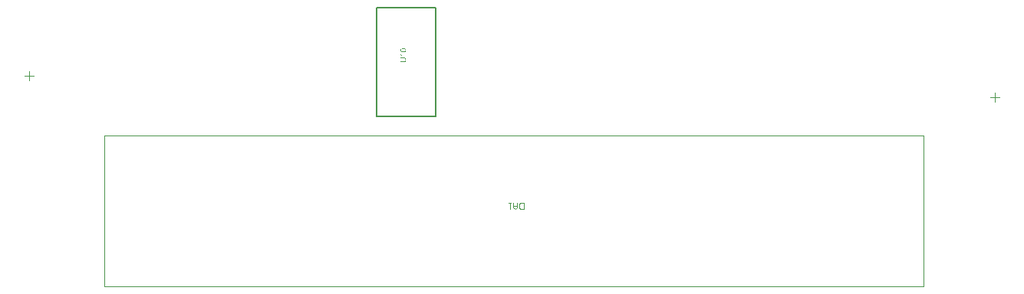
<source format=gbr>
%TF.GenerationSoftware,Altium Limited,Altium Designer,24.3.1 (35)*%
G04 Layer_Color=32896*
%FSLAX45Y45*%
%MOMM*%
%TF.SameCoordinates,844131A9-2E1B-4A61-BE1F-69DE975881E6*%
%TF.FilePolarity,Positive*%
%TF.FileFunction,Other,Top_Assembly*%
%TF.Part,Single*%
G01*
G75*
%TA.AperFunction,NonConductor*%
%ADD63C,0.20000*%
%ADD96C,0.10000*%
G36*
X5570930Y2743444D02*
X5572039D01*
X5573241Y2743351D01*
X5574536Y2743259D01*
X5577494Y2742981D01*
X5580545Y2742519D01*
X5583504Y2741964D01*
X5584891Y2741594D01*
X5586278Y2741132D01*
X5586370D01*
X5586555Y2741040D01*
X5586925Y2740855D01*
X5587387Y2740670D01*
X5588034Y2740485D01*
X5588681Y2740115D01*
X5590253Y2739376D01*
X5591917Y2738451D01*
X5593767Y2737249D01*
X5595431Y2735862D01*
X5597003Y2734198D01*
Y2734106D01*
X5597187Y2734013D01*
X5597372Y2733736D01*
X5597557Y2733366D01*
X5597835Y2732904D01*
X5598204Y2732441D01*
X5598852Y2731054D01*
X5599499Y2729390D01*
X5600146Y2727449D01*
X5600516Y2725137D01*
X5600701Y2722641D01*
Y2721716D01*
X5600608Y2721069D01*
X5600516Y2720330D01*
X5600331Y2719405D01*
X5600146Y2718388D01*
X5599869Y2717279D01*
X5599499Y2716169D01*
X5599129Y2714967D01*
X5598574Y2713765D01*
X5597927Y2712563D01*
X5597187Y2711361D01*
X5596263Y2710159D01*
X5595246Y2709050D01*
X5594136Y2708033D01*
X5594044Y2707940D01*
X5593767Y2707756D01*
X5593304Y2707478D01*
X5592565Y2707016D01*
X5591733Y2706554D01*
X5590623Y2706091D01*
X5589329Y2705444D01*
X5587849Y2704889D01*
X5586185Y2704335D01*
X5584244Y2703780D01*
X5582117Y2703225D01*
X5579713Y2702763D01*
X5577124Y2702301D01*
X5574351Y2702023D01*
X5571300Y2701838D01*
X5568064Y2701746D01*
X5567971D01*
X5567602D01*
X5566954D01*
X5566215D01*
X5565198Y2701838D01*
X5564088D01*
X5562886Y2701931D01*
X5561499Y2702023D01*
X5558633Y2702301D01*
X5555582Y2702763D01*
X5552531Y2703318D01*
X5551144Y2703688D01*
X5549758Y2704057D01*
X5549665D01*
X5549480Y2704150D01*
X5549110Y2704335D01*
X5548648Y2704520D01*
X5548001Y2704705D01*
X5547354Y2705074D01*
X5545782Y2705814D01*
X5544118Y2706739D01*
X5542361Y2707940D01*
X5540604Y2709327D01*
X5539125Y2710992D01*
Y2711084D01*
X5538940Y2711176D01*
X5538755Y2711454D01*
X5538570Y2711824D01*
X5538201Y2712286D01*
X5537923Y2712841D01*
X5537183Y2714227D01*
X5536536Y2715892D01*
X5535889Y2717833D01*
X5535519Y2720145D01*
X5535334Y2722641D01*
Y2723473D01*
X5535427Y2724490D01*
X5535612Y2725692D01*
X5535889Y2727079D01*
X5536259Y2728558D01*
X5536721Y2730130D01*
X5537461Y2731609D01*
Y2731702D01*
X5537553Y2731794D01*
X5537831Y2732256D01*
X5538293Y2732996D01*
X5538940Y2733921D01*
X5539865Y2734938D01*
X5540882Y2736047D01*
X5542084Y2737064D01*
X5543470Y2738081D01*
X5543655Y2738174D01*
X5544118Y2738543D01*
X5544950Y2738913D01*
X5546152Y2739560D01*
X5547539Y2740115D01*
X5549110Y2740855D01*
X5550959Y2741502D01*
X5552993Y2742057D01*
X5553086D01*
X5553271Y2742149D01*
X5553548Y2742242D01*
X5554010Y2742334D01*
X5554565Y2742427D01*
X5555212Y2742519D01*
X5556045Y2742704D01*
X5556969Y2742796D01*
X5557986Y2742981D01*
X5559096Y2743074D01*
X5560390Y2743166D01*
X5561684Y2743351D01*
X5563164Y2743444D01*
X5564643D01*
X5566307Y2743536D01*
X5568064D01*
X5568156D01*
X5568526D01*
X5569173D01*
X5569913D01*
X5570930Y2743444D01*
D02*
G37*
G36*
X5599591Y2673732D02*
X5549573D01*
X5549665Y2673639D01*
X5550035Y2673177D01*
X5550590Y2672622D01*
X5551237Y2671698D01*
X5552069Y2670681D01*
X5552993Y2669386D01*
X5554010Y2667907D01*
X5555027Y2666243D01*
Y2666150D01*
X5555120Y2666058D01*
X5555490Y2665503D01*
X5555952Y2664579D01*
X5556507Y2663469D01*
X5557154Y2662175D01*
X5557801Y2660788D01*
X5558448Y2659401D01*
X5559003Y2658014D01*
X5551422D01*
Y2658107D01*
X5551237Y2658292D01*
X5551144Y2658661D01*
X5550867Y2659124D01*
X5550590Y2659678D01*
X5550220Y2660326D01*
X5549295Y2661897D01*
X5548278Y2663747D01*
X5546984Y2665596D01*
X5545505Y2667537D01*
X5543933Y2669479D01*
X5543840Y2669571D01*
X5543748Y2669664D01*
X5543470Y2669941D01*
X5543193Y2670311D01*
X5542269Y2671143D01*
X5541159Y2672252D01*
X5539865Y2673362D01*
X5538385Y2674564D01*
X5536906Y2675581D01*
X5535334Y2676505D01*
Y2681591D01*
X5599591D01*
Y2673732D01*
D02*
G37*
G36*
X5574998Y2641002D02*
X5575923D01*
X5577032Y2640910D01*
X5578141Y2640817D01*
X5580638Y2640540D01*
X5583227Y2640170D01*
X5585723Y2639615D01*
X5586925Y2639246D01*
X5588034Y2638876D01*
X5588127D01*
X5588312Y2638783D01*
X5588589Y2638598D01*
X5588959Y2638414D01*
X5589976Y2637859D01*
X5591270Y2637027D01*
X5592750Y2635917D01*
X5594229Y2634623D01*
X5595801Y2632959D01*
X5597187Y2630925D01*
Y2630832D01*
X5597372Y2630647D01*
X5597465Y2630370D01*
X5597742Y2629908D01*
X5598020Y2629353D01*
X5598297Y2628613D01*
X5598574Y2627874D01*
X5598944Y2626949D01*
X5599314Y2625932D01*
X5599591Y2624823D01*
X5599869Y2623621D01*
X5600146Y2622234D01*
X5600331Y2620847D01*
X5600516Y2619368D01*
X5600701Y2616039D01*
Y2615207D01*
X5600608Y2614560D01*
Y2613820D01*
X5600516Y2612896D01*
X5600423Y2611879D01*
X5600331Y2610862D01*
X5599961Y2608550D01*
X5599406Y2606054D01*
X5598667Y2603650D01*
X5597650Y2601339D01*
Y2601246D01*
X5597465Y2601061D01*
X5597280Y2600784D01*
X5597095Y2600414D01*
X5596355Y2599397D01*
X5595338Y2598195D01*
X5594044Y2596808D01*
X5592565Y2595514D01*
X5590716Y2594220D01*
X5588681Y2593203D01*
X5588589D01*
X5588404Y2593110D01*
X5588034Y2593018D01*
X5587572Y2592833D01*
X5587017Y2592648D01*
X5586278Y2592463D01*
X5585446Y2592186D01*
X5584429Y2592001D01*
X5583319Y2591816D01*
X5582117Y2591538D01*
X5580823Y2591353D01*
X5579436Y2591169D01*
X5577864Y2590984D01*
X5576200Y2590891D01*
X5574443Y2590799D01*
X5572594D01*
X5535612D01*
Y2599305D01*
X5572594D01*
X5572687D01*
X5572964D01*
X5573426D01*
X5573981D01*
X5574628Y2599397D01*
X5575460D01*
X5577217Y2599490D01*
X5579251Y2599675D01*
X5581285Y2599952D01*
X5583227Y2600322D01*
X5584059Y2600507D01*
X5584891Y2600784D01*
X5585076Y2600876D01*
X5585538Y2601061D01*
X5586185Y2601524D01*
X5587110Y2602078D01*
X5588034Y2602726D01*
X5589051Y2603650D01*
X5590068Y2604760D01*
X5590900Y2606054D01*
X5590993Y2606239D01*
X5591270Y2606701D01*
X5591548Y2607533D01*
X5591917Y2608643D01*
X5592380Y2609937D01*
X5592657Y2611601D01*
X5592934Y2613358D01*
X5593027Y2615300D01*
Y2616224D01*
X5592934Y2616779D01*
Y2617611D01*
X5592842Y2618443D01*
X5592472Y2620477D01*
X5592010Y2622696D01*
X5591270Y2624823D01*
X5590253Y2626857D01*
X5589606Y2627781D01*
X5588866Y2628613D01*
X5588774Y2628706D01*
X5588681Y2628798D01*
X5588404Y2628983D01*
X5588034Y2629260D01*
X5587480Y2629538D01*
X5586925Y2629908D01*
X5586093Y2630277D01*
X5585261Y2630647D01*
X5584244Y2631017D01*
X5583042Y2631294D01*
X5581655Y2631664D01*
X5580176Y2631942D01*
X5578511Y2632219D01*
X5576755Y2632404D01*
X5574721Y2632589D01*
X5572594D01*
X5535612D01*
Y2641095D01*
X5572594D01*
X5572687D01*
X5573056D01*
X5573519D01*
X5574166D01*
X5574998Y2641002D01*
D02*
G37*
%LPC*%
G36*
X5570930Y2735492D02*
X5568064D01*
X5567971D01*
X5567879D01*
X5567417D01*
X5566584D01*
X5565475Y2735400D01*
X5564273D01*
X5562794Y2735307D01*
X5561222Y2735215D01*
X5559465Y2735030D01*
X5555952Y2734568D01*
X5554195Y2734290D01*
X5552531Y2733921D01*
X5550959Y2733551D01*
X5549480Y2732996D01*
X5548186Y2732441D01*
X5547076Y2731794D01*
X5546984D01*
X5546891Y2731609D01*
X5546614Y2731424D01*
X5546244Y2731147D01*
X5545412Y2730315D01*
X5544395Y2729298D01*
X5543470Y2727911D01*
X5542638Y2726339D01*
X5542269Y2725507D01*
X5541991Y2724583D01*
X5541899Y2723566D01*
X5541806Y2722549D01*
Y2721994D01*
X5541899Y2721624D01*
X5542084Y2720607D01*
X5542361Y2719405D01*
X5542916Y2718018D01*
X5543748Y2716539D01*
X5544303Y2715799D01*
X5544857Y2715060D01*
X5545597Y2714412D01*
X5546429Y2713765D01*
X5546522D01*
X5546706Y2713580D01*
X5547076Y2713395D01*
X5547539Y2713118D01*
X5548278Y2712841D01*
X5549110Y2712471D01*
X5550127Y2712193D01*
X5551329Y2711824D01*
X5552716Y2711454D01*
X5554288Y2711084D01*
X5556045Y2710714D01*
X5557986Y2710437D01*
X5560205Y2710159D01*
X5562609Y2709975D01*
X5565198Y2709882D01*
X5568064Y2709790D01*
X5568249D01*
X5568711D01*
X5569543D01*
X5570653Y2709882D01*
X5571854D01*
X5573334Y2709975D01*
X5574906Y2710067D01*
X5576570Y2710252D01*
X5580176Y2710714D01*
X5581932Y2710992D01*
X5583596Y2711361D01*
X5585168Y2711731D01*
X5586647Y2712286D01*
X5587942Y2712841D01*
X5589051Y2713488D01*
X5589144D01*
X5589236Y2713673D01*
X5589883Y2714135D01*
X5590716Y2714967D01*
X5591640Y2715984D01*
X5592565Y2717371D01*
X5593397Y2718943D01*
X5594044Y2720699D01*
X5594136Y2721624D01*
X5594229Y2722641D01*
Y2723196D01*
X5594136Y2723566D01*
X5593951Y2724490D01*
X5593582Y2725784D01*
X5592934Y2727171D01*
X5592010Y2728743D01*
X5591455Y2729483D01*
X5590716Y2730222D01*
X5589976Y2730962D01*
X5589051Y2731702D01*
X5588959D01*
X5588774Y2731887D01*
X5588497Y2732071D01*
X5588034Y2732256D01*
X5587387Y2732626D01*
X5586555Y2732904D01*
X5585630Y2733273D01*
X5584521Y2733643D01*
X5583134Y2733921D01*
X5581655Y2734290D01*
X5579898Y2734660D01*
X5578049Y2734938D01*
X5575830Y2735123D01*
X5573519Y2735307D01*
X5570930Y2735492D01*
D02*
G37*
%LPD*%
D63*
X5278200Y1988300D02*
X5923200D01*
Y3193300D01*
X5278200D02*
X5923200D01*
X5278200Y1988300D02*
Y3193300D01*
D96*
X2270000Y110000D02*
X11310000D01*
Y1780000D01*
X2270000D02*
X11310000D01*
X2270000Y110000D02*
Y1780000D01*
X12050000Y2200000D02*
X12150000D01*
X12100000Y2150000D02*
Y2250000D01*
X1391800Y2438400D02*
X1491800D01*
X1441800Y2388400D02*
Y2488400D01*
X6897500Y965022D02*
Y1035000D01*
X6862511D01*
X6850848Y1023337D01*
Y976685D01*
X6862511Y965022D01*
X6897500D01*
X6827523Y1035000D02*
Y988348D01*
X6804197Y965022D01*
X6780871Y988348D01*
Y1035000D01*
Y1000011D01*
X6827523D01*
X6757545Y1035000D02*
X6734219D01*
X6745882D01*
Y965022D01*
X6757545Y976685D01*
%TF.MD5,56d4685f4bf9581b485664ed71d3c79a*%
M02*

</source>
